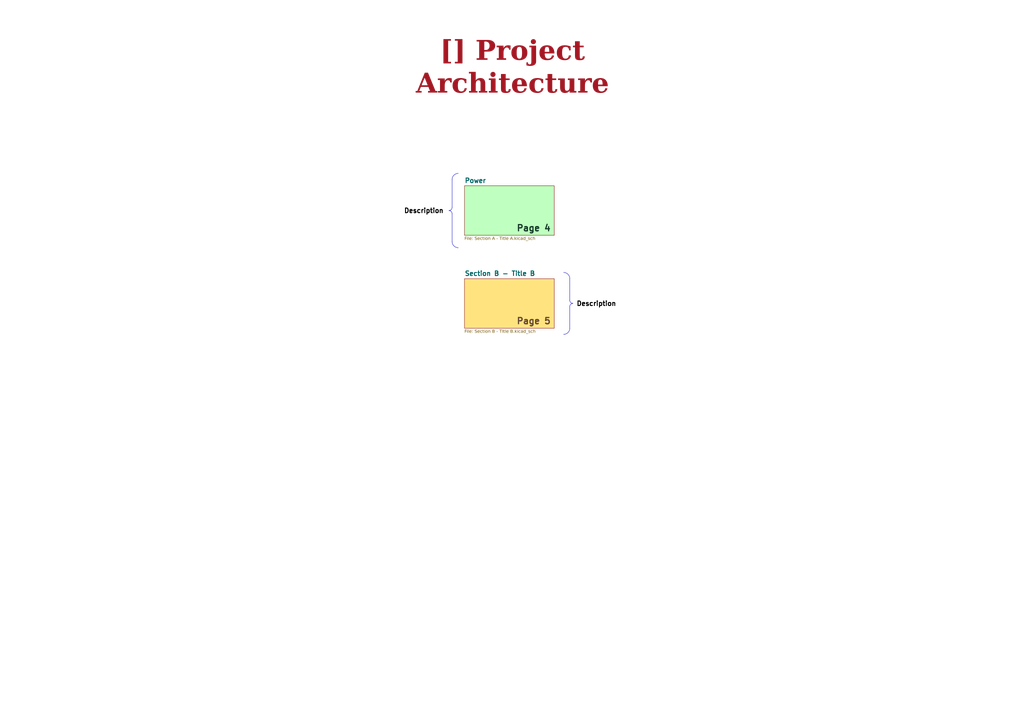
<source format=kicad_sch>
(kicad_sch
	(version 20250114)
	(generator "eeschema")
	(generator_version "9.0")
	(uuid "07236397-3ba4-47af-9809-3faac3a2aa49")
	(paper "A3")
	(title_block
		(title "Project Architecture")
		(date "2025-01-12")
		(rev "${REVISION}")
		(company "${COMPANY}")
	)
	(lib_symbols)
	(arc
		(start 185.42 85.09)
		(mid 185.0451 85.9851)
		(end 184.15 86.36)
		(stroke
			(width 0)
			(type default)
		)
		(fill
			(type none)
		)
		(uuid 13e3bc56-4a98-40ef-8c39-3b21620a792f)
	)
	(arc
		(start 234.97 124.44)
		(mid 234.0749 124.0651)
		(end 233.7 123.17)
		(stroke
			(width 0)
			(type default)
		)
		(fill
			(type none)
		)
		(uuid 19c30b2f-1391-4be0-8a5f-17a3226c0876)
	)
	(arc
		(start 233.7 125.71)
		(mid 234.0749 124.8149)
		(end 234.97 124.44)
		(stroke
			(width 0)
			(type default)
		)
		(fill
			(type none)
		)
		(uuid 5b059745-d833-4f9d-9745-ec7a90904541)
	)
	(arc
		(start 233.7 134.6)
		(mid 232.9561 136.3961)
		(end 231.16 137.14)
		(stroke
			(width 0)
			(type default)
		)
		(fill
			(type none)
		)
		(uuid 62bb3cd5-23b6-4c8e-a8f2-a293aca5d83b)
	)
	(arc
		(start 184.15 86.36)
		(mid 185.0451 86.7349)
		(end 185.42 87.63)
		(stroke
			(width 0)
			(type default)
		)
		(fill
			(type none)
		)
		(uuid 787eda22-1bf9-4d1b-96b2-11995bb2af0f)
	)
	(arc
		(start 187.96 101.6)
		(mid 186.1698 100.8502)
		(end 185.42 99.06)
		(stroke
			(width 0)
			(type default)
		)
		(fill
			(type none)
		)
		(uuid 7c454724-851d-42c5-8823-df570c1fc5eb)
	)
	(arc
		(start 231.16 111.74)
		(mid 232.9502 112.4898)
		(end 233.7 114.28)
		(stroke
			(width 0)
			(type default)
		)
		(fill
			(type none)
		)
		(uuid 94ad6bc3-4505-4c4a-89fc-83d0c51dd562)
	)
	(arc
		(start 185.42 73.66)
		(mid 186.1639 71.8639)
		(end 187.96 71.12)
		(stroke
			(width 0)
			(type default)
		)
		(fill
			(type none)
		)
		(uuid fda911f3-adb3-4abb-981f-a877a93c831b)
	)
	(text "Page 5"
		(exclude_from_sim no)
		(at 226.06 133.35 0)
		(effects
			(font
				(size 2.54 2.54)
				(bold yes)
				(color 100 70 50 1)
			)
			(justify right bottom)
			(href "#5")
		)
		(uuid "b60ecde0-2a85-4071-a728-47148cd80779")
	)
	(text "Page 4"
		(exclude_from_sim no)
		(at 226.06 95.25 0)
		(effects
			(font
				(size 2.54 2.54)
				(bold yes)
				(color 20 60 40 1)
			)
			(justify right bottom)
			(href "#4")
		)
		(uuid "f04f874a-d252-4474-87f2-c34bbb094a4c")
	)
	(text_box "Description"
		(exclude_from_sim no)
		(at 166.37 83.82 0)
		(size 17.145 5.08)
		(margins 1.4287 1.4287 1.4287 1.4287)
		(stroke
			(width -0.0001)
			(type default)
		)
		(fill
			(type none)
		)
		(effects
			(font
				(size 1.905 1.905)
				(thickness 0.381)
				(bold yes)
				(color 0 0 0 1)
			)
			(justify right top)
		)
		(uuid "971f0c48-6726-412d-badf-cee82cbffedd")
	)
	(text_box "Description"
		(exclude_from_sim no)
		(at 234.95 121.92 0)
		(size 26.015 5.1)
		(margins 1.4287 1.4287 1.4287 1.4287)
		(stroke
			(width -0.0001)
			(type default)
		)
		(fill
			(type none)
		)
		(effects
			(font
				(size 1.905 1.905)
				(thickness 0.381)
				(bold yes)
				(color 0 0 0 1)
			)
			(justify left top)
		)
		(uuid "97bb5e92-ab26-4907-9b80-08d49465fc86")
	)
	(text_box "[${#}] ${TITLE}"
		(exclude_from_sim no)
		(at 144.78 21.59 0)
		(size 130.81 12.7)
		(margins 5.9999 5.9999 5.9999 5.9999)
		(stroke
			(width -0.0001)
			(type default)
		)
		(fill
			(type none)
		)
		(effects
			(font
				(face "Times New Roman")
				(size 8 8)
				(thickness 1.2)
				(bold yes)
				(color 162 22 34 1)
			)
		)
		(uuid "f4789478-c68e-4cee-9edd-5d11b744f94d")
	)
	(polyline
		(pts
			(xy 185.42 87.63) (xy 185.42 99.06)
		)
		(stroke
			(width 0)
			(type default)
		)
		(uuid "8b678fb1-fee7-4461-95f7-7f383f478fdc")
	)
	(polyline
		(pts
			(xy 233.68 125.73) (xy 233.68 134.62)
		)
		(stroke
			(width 0)
			(type default)
		)
		(uuid "8c7de816-3d34-497f-b0c8-22f80559d2d8")
	)
	(polyline
		(pts
			(xy 185.42 85.09) (xy 185.42 73.66)
		)
		(stroke
			(width 0)
			(type default)
		)
		(uuid "903e49b2-1b5d-4317-a33b-adfda1594a88")
	)
	(polyline
		(pts
			(xy 233.68 114.3) (xy 233.68 123.19)
		)
		(stroke
			(width 0)
			(type default)
		)
		(uuid "9543d363-0f36-4c41-97bc-b97723f48818")
	)
	(sheet
		(at 190.5 114.3)
		(size 36.83 20.32)
		(exclude_from_sim no)
		(in_bom yes)
		(on_board yes)
		(dnp no)
		(fields_autoplaced yes)
		(stroke
			(width 0.1524)
			(type solid)
		)
		(fill
			(color 255 200 0 0.5020)
		)
		(uuid "e744f3ce-03a6-44a6-8792-1447ef232b9a")
		(property "Sheetname" "Section B - Title B"
			(at 190.5 113.2709 0)
			(effects
				(font
					(size 1.905 1.905)
					(bold yes)
				)
				(justify left bottom)
			)
		)
		(property "Sheetfile" "Section B - TItle B.kicad_sch"
			(at 190.5 135.2046 0)
			(effects
				(font
					(face "Arial")
					(size 1.27 1.27)
				)
				(justify left top)
			)
		)
		(instances
			(project "Nixie_Tube_Clock"
				(path "/f9e05184-c88b-4a88-ae9c-ab2bdb32be7c/c5103ceb-5325-4a84-a025-9638a412984e"
					(page "5")
				)
			)
		)
	)
	(sheet
		(at 190.5 76.2)
		(size 36.83 20.32)
		(exclude_from_sim no)
		(in_bom yes)
		(on_board yes)
		(dnp no)
		(fields_autoplaced yes)
		(stroke
			(width 0.1524)
			(type solid)
		)
		(fill
			(color 128 255 128 0.5000)
		)
		(uuid "f06537ee-772d-44d3-8c50-e0ba41038c9c")
		(property "Sheetname" "Power"
			(at 190.5 75.1709 0)
			(effects
				(font
					(size 1.905 1.905)
					(bold yes)
				)
				(justify left bottom)
			)
		)
		(property "Sheetfile" "Section A - Title A.kicad_sch"
			(at 190.5 97.1046 0)
			(effects
				(font
					(face "Arial")
					(size 1.27 1.27)
				)
				(justify left top)
			)
		)
		(instances
			(project "Nixie_Tube_Clock"
				(path "/f9e05184-c88b-4a88-ae9c-ab2bdb32be7c/c5103ceb-5325-4a84-a025-9638a412984e"
					(page "4")
				)
			)
		)
	)
)

</source>
